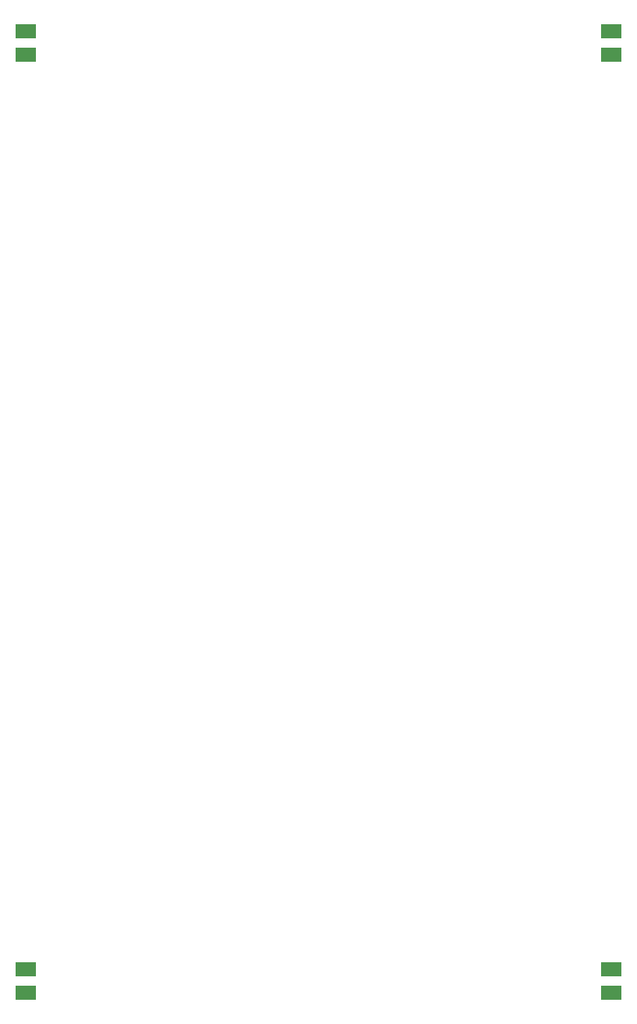
<source format=gbp>
%FSLAX25Y25*%
%MOIN*%
G70*
G01*
G75*
G04 Layer_Color=128*
%ADD10C,0.05906*%
%ADD11C,0.07087*%
%ADD12R,0.07087X0.07087*%
%ADD13C,0.27000*%
%ADD14R,0.07087X0.07087*%
%ADD15C,0.09843*%
%ADD16R,0.09055X0.05906*%
%ADD17C,0.05000*%
%ADD18C,0.06000*%
%ADD19R,0.23000X0.29000*%
%ADD20R,0.50800X0.48500*%
%ADD21R,0.25000X0.07000*%
%ADD22R,0.71440X1.29200*%
%ADD23R,0.94240X1.26700*%
%ADD24R,0.80583X2.30800*%
%ADD25R,0.73443X0.74200*%
%ADD26R,0.18000X0.18000*%
%ADD27R,0.26000X0.12800*%
%ADD28R,0.18000X2.24000*%
%ADD29C,0.00787*%
%ADD30C,0.01000*%
%ADD31C,0.00800*%
%ADD32C,0.00591*%
%ADD33C,0.06706*%
%ADD34C,0.07887*%
%ADD35R,0.07887X0.07887*%
%ADD36C,0.27800*%
%ADD37R,0.07887X0.07887*%
%ADD38C,0.10642*%
%ADD39R,0.09855X0.06706*%
D16*
X467500Y292632D02*
D03*
Y302500D02*
D03*
Y692632D02*
D03*
Y702500D02*
D03*
X217500Y692632D02*
D03*
Y702500D02*
D03*
Y292632D02*
D03*
Y302500D02*
D03*
M02*

</source>
